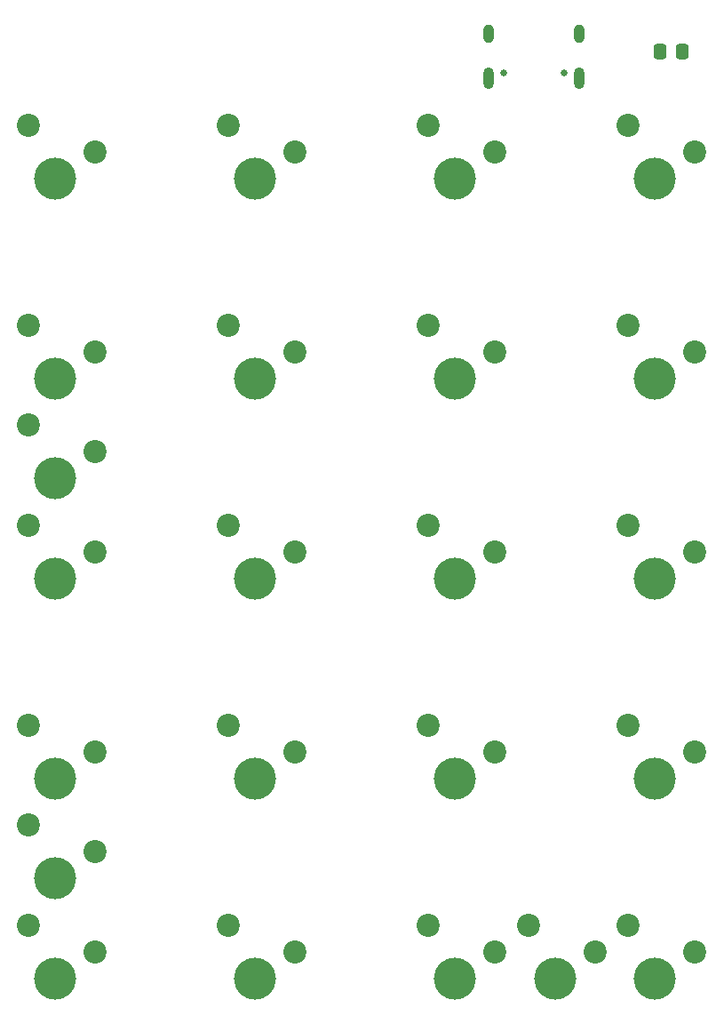
<source format=gbs>
G04 #@! TF.GenerationSoftware,KiCad,Pcbnew,7.0.2*
G04 #@! TF.CreationDate,2023-08-22T20:01:55-07:00*
G04 #@! TF.ProjectId,4x5Macro-Numpad-USBC,3478354d-6163-4726-9f2d-4e756d706164,rev?*
G04 #@! TF.SameCoordinates,Original*
G04 #@! TF.FileFunction,Soldermask,Bot*
G04 #@! TF.FilePolarity,Negative*
%FSLAX46Y46*%
G04 Gerber Fmt 4.6, Leading zero omitted, Abs format (unit mm)*
G04 Created by KiCad (PCBNEW 7.0.2) date 2023-08-22 20:01:55*
%MOMM*%
%LPD*%
G01*
G04 APERTURE LIST*
G04 Aperture macros list*
%AMRoundRect*
0 Rectangle with rounded corners*
0 $1 Rounding radius*
0 $2 $3 $4 $5 $6 $7 $8 $9 X,Y pos of 4 corners*
0 Add a 4 corners polygon primitive as box body*
4,1,4,$2,$3,$4,$5,$6,$7,$8,$9,$2,$3,0*
0 Add four circle primitives for the rounded corners*
1,1,$1+$1,$2,$3*
1,1,$1+$1,$4,$5*
1,1,$1+$1,$6,$7*
1,1,$1+$1,$8,$9*
0 Add four rect primitives between the rounded corners*
20,1,$1+$1,$2,$3,$4,$5,0*
20,1,$1+$1,$4,$5,$6,$7,0*
20,1,$1+$1,$6,$7,$8,$9,0*
20,1,$1+$1,$8,$9,$2,$3,0*%
G04 Aperture macros list end*
%ADD10O,1.000000X1.800000*%
%ADD11O,1.000000X2.100000*%
%ADD12C,0.650000*%
%ADD13C,2.200000*%
%ADD14C,4.000000*%
%ADD15RoundRect,0.250000X0.337500X0.475000X-0.337500X0.475000X-0.337500X-0.475000X0.337500X-0.475000X0*%
G04 APERTURE END LIST*
D10*
X164450000Y-34485000D03*
D11*
X164450000Y-38685000D03*
D10*
X173090000Y-34485000D03*
D11*
X173090000Y-38685000D03*
D12*
X165880000Y-38165000D03*
X171660000Y-38165000D03*
D13*
X146050000Y-121920000D03*
X139700000Y-119380000D03*
D14*
X142240000Y-124460000D03*
D13*
X165100000Y-45720000D03*
X158750000Y-43180000D03*
D14*
X161290000Y-48260000D03*
D13*
X165100000Y-83820000D03*
X158750000Y-81280000D03*
D14*
X161290000Y-86360000D03*
D13*
X127000000Y-64770000D03*
X120650000Y-62230000D03*
D14*
X123190000Y-67310000D03*
D13*
X146050000Y-64770000D03*
X139700000Y-62230000D03*
D14*
X142240000Y-67310000D03*
D13*
X127000000Y-45720000D03*
X120650000Y-43180000D03*
D14*
X123190000Y-48260000D03*
D13*
X165100000Y-121920000D03*
X158750000Y-119380000D03*
D14*
X161290000Y-124460000D03*
D13*
X146050000Y-102870000D03*
X139700000Y-100330000D03*
D14*
X142240000Y-105410000D03*
D13*
X184150000Y-83820000D03*
X177800000Y-81280000D03*
D14*
X180340000Y-86360000D03*
D13*
X184150000Y-102870000D03*
X177800000Y-100330000D03*
D14*
X180340000Y-105410000D03*
D13*
X127000000Y-102870000D03*
X120650000Y-100330000D03*
D14*
X123190000Y-105410000D03*
D13*
X127000000Y-112395000D03*
X120650000Y-109855000D03*
D14*
X123190000Y-114935000D03*
D13*
X127000000Y-83820000D03*
X120650000Y-81280000D03*
D14*
X123190000Y-86360000D03*
D13*
X127000000Y-121920000D03*
X120650000Y-119380000D03*
D14*
X123190000Y-124460000D03*
D13*
X146050000Y-45720000D03*
X139700000Y-43180000D03*
D14*
X142240000Y-48260000D03*
D15*
X180826500Y-36195000D03*
X182901500Y-36195000D03*
D13*
X165100000Y-102870000D03*
X158750000Y-100330000D03*
D14*
X161290000Y-105410000D03*
D13*
X184150000Y-64770000D03*
X177800000Y-62230000D03*
D14*
X180340000Y-67310000D03*
D13*
X127000000Y-74295000D03*
X120650000Y-71755000D03*
D14*
X123190000Y-76835000D03*
D13*
X184150000Y-121920000D03*
X177800000Y-119380000D03*
D14*
X180340000Y-124460000D03*
D13*
X165100000Y-64770000D03*
X158750000Y-62230000D03*
D14*
X161290000Y-67310000D03*
D13*
X184150000Y-45720000D03*
X177800000Y-43180000D03*
D14*
X180340000Y-48260000D03*
D13*
X146050000Y-83820000D03*
X139700000Y-81280000D03*
D14*
X142240000Y-86360000D03*
D13*
X174625000Y-121920000D03*
X168275000Y-119380000D03*
D14*
X170815000Y-124460000D03*
M02*

</source>
